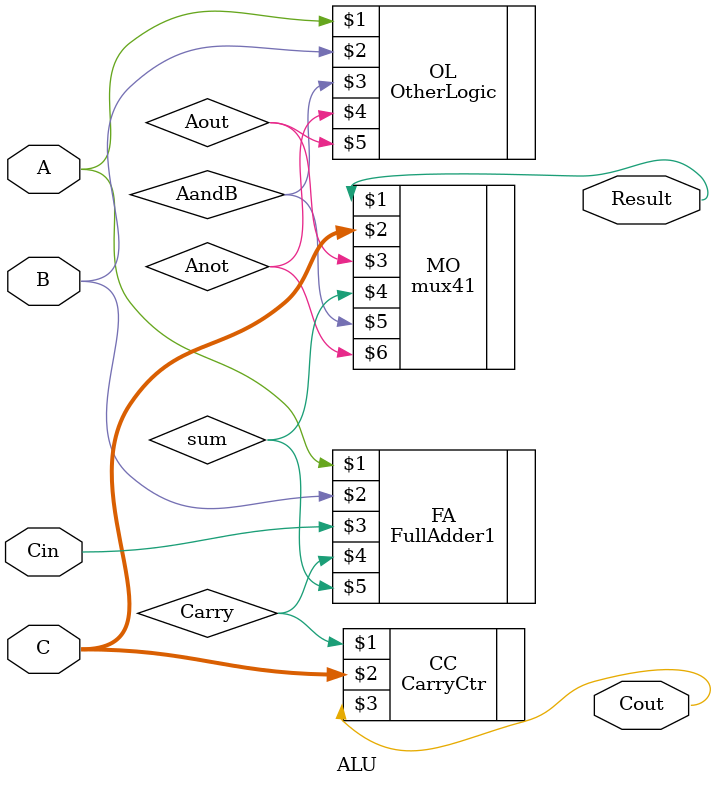
<source format=v>
`timescale 1ns / 1ps
module ALU(
    input A,
    input B,
    input Cin,
    input [1:0]C,
    output Cout,
    output Result

    );
		 wire sum , Aout , AandB , Anot,Carry; 
FullAdder1 FA(A , B , Cin , Carry , sum);
CarryCtr CC (Carry,C,Cout);
OtherLogic OL (A , B , AandB , Anot , Aout);
mux41 MO (Result , C, Aout , sum , AandB, Anot);

endmodule

</source>
